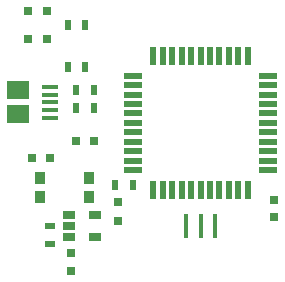
<source format=gbr>
G04 #@! TF.GenerationSoftware,KiCad,Pcbnew,no-vcs-found-33e0758~58~ubuntu16.04.1*
G04 #@! TF.CreationDate,2018-02-07T18:59:58+01:00*
G04 #@! TF.ProjectId,ultrawidebridge,756C747261776964656272696467652E,rev?*
G04 #@! TF.FileFunction,Paste,Top*
G04 #@! TF.FilePolarity,Positive*
%FSLAX46Y46*%
G04 Gerber Fmt 4.6, Leading zero omitted, Abs format (unit mm)*
G04 Created by KiCad (PCBNEW no-vcs-found-33e0758~58~ubuntu16.04.1) date Wed Feb  7 18:59:58 2018*
%MOMM*%
%LPD*%
G01*
G04 APERTURE LIST*
%ADD10C,0.100000*%
%ADD11R,1.500000X0.550000*%
%ADD12R,0.550000X1.500000*%
%ADD13R,1.900000X1.500000*%
%ADD14R,1.350000X0.400000*%
%ADD15R,0.750000X0.800000*%
%ADD16R,0.800000X0.750000*%
%ADD17R,0.800000X0.800000*%
%ADD18R,0.900000X1.000000*%
%ADD19R,0.500000X0.900000*%
%ADD20R,0.900000X0.500000*%
%ADD21R,1.060000X0.650000*%
%ADD22R,0.400000X2.100000*%
G04 APERTURE END LIST*
D10*
D11*
X170800000Y-125750000D03*
X170800000Y-126550000D03*
X170800000Y-127350000D03*
X170800000Y-128150000D03*
X170800000Y-128950000D03*
X170800000Y-129750000D03*
X170800000Y-130550000D03*
X170800000Y-131350000D03*
X170800000Y-132150000D03*
X170800000Y-132950000D03*
X170800000Y-133750000D03*
D12*
X172500000Y-135450000D03*
X173300000Y-135450000D03*
X174100000Y-135450000D03*
X174900000Y-135450000D03*
X175700000Y-135450000D03*
X176500000Y-135450000D03*
X177300000Y-135450000D03*
X178100000Y-135450000D03*
X178900000Y-135450000D03*
X179700000Y-135450000D03*
X180500000Y-135450000D03*
D11*
X182200000Y-133750000D03*
X182200000Y-132950000D03*
X182200000Y-132150000D03*
X182200000Y-131350000D03*
X182200000Y-130550000D03*
X182200000Y-129750000D03*
X182200000Y-128950000D03*
X182200000Y-128150000D03*
X182200000Y-127350000D03*
X182200000Y-126550000D03*
X182200000Y-125750000D03*
D12*
X180500000Y-124050000D03*
X179700000Y-124050000D03*
X178900000Y-124050000D03*
X178100000Y-124050000D03*
X177300000Y-124050000D03*
X176500000Y-124050000D03*
X175700000Y-124050000D03*
X174900000Y-124050000D03*
X174100000Y-124050000D03*
X173300000Y-124050000D03*
X172500000Y-124050000D03*
D13*
X161050000Y-129000000D03*
D14*
X163750000Y-127350000D03*
X163750000Y-126700000D03*
X163750000Y-129300000D03*
X163750000Y-128650000D03*
X163750000Y-128000000D03*
D13*
X161050000Y-127000000D03*
D15*
X165500000Y-140750000D03*
X165500000Y-142250000D03*
D16*
X162250000Y-132750000D03*
X163750000Y-132750000D03*
D15*
X182750000Y-137750000D03*
X182750000Y-136250000D03*
D16*
X167500000Y-131250000D03*
X166000000Y-131250000D03*
D17*
X169500000Y-136450000D03*
X169500000Y-138050000D03*
X161925000Y-122650000D03*
X163525000Y-122650000D03*
X161925000Y-120300000D03*
X163525000Y-120300000D03*
D18*
X167050000Y-136000000D03*
X167050000Y-134400000D03*
X162950000Y-136000000D03*
X162950000Y-134400000D03*
D19*
X167500000Y-127000000D03*
X166000000Y-127000000D03*
X166000000Y-128500000D03*
X167500000Y-128500000D03*
D20*
X163750000Y-138500000D03*
X163750000Y-140000000D03*
D19*
X169250000Y-135000000D03*
X170750000Y-135000000D03*
X166750000Y-125000000D03*
X165250000Y-125000000D03*
X165250000Y-121500000D03*
X166750000Y-121500000D03*
D21*
X165400000Y-137550000D03*
X165400000Y-138500000D03*
X165400000Y-139450000D03*
X167600000Y-139450000D03*
X167600000Y-137550000D03*
D22*
X175300000Y-138500000D03*
X176500000Y-138500000D03*
X177700000Y-138500000D03*
M02*

</source>
